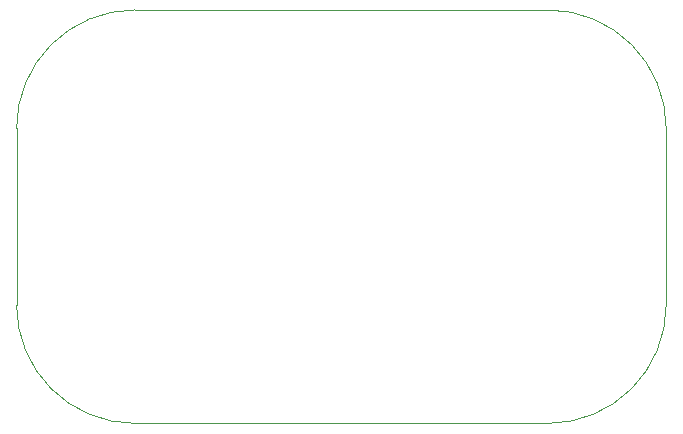
<source format=gbr>
%TF.GenerationSoftware,KiCad,Pcbnew,(6.0.0-rc1-458-g78ff9a857a)*%
%TF.CreationDate,2022-03-27T00:09:46+00:00*%
%TF.ProjectId,belamini_cape_C1,62656c61-6d69-46e6-995f-636170655f43,rev?*%
%TF.SameCoordinates,Original*%
%TF.FileFunction,Profile,NP*%
%FSLAX46Y46*%
G04 Gerber Fmt 4.6, Leading zero omitted, Abs format (unit mm)*
G04 Created by KiCad (PCBNEW (6.0.0-rc1-458-g78ff9a857a)) date 2022-03-27 00:09:46*
%MOMM*%
%LPD*%
G01*
G04 APERTURE LIST*
%TA.AperFunction,Profile*%
%ADD10C,0.050000*%
%TD*%
G04 APERTURE END LIST*
D10*
X166001100Y-87503600D02*
X131001100Y-87503600D01*
X121001100Y-97503600D02*
X121001100Y-112503600D01*
X176001100Y-97503600D02*
G75*
G03*
X166001100Y-87503600I-9999999J1D01*
G01*
X131001100Y-87503600D02*
G75*
G03*
X121001100Y-97503600I-1J-9999999D01*
G01*
X121001100Y-112503600D02*
G75*
G03*
X131001100Y-122503600I9999999J-1D01*
G01*
X166001100Y-122503600D02*
G75*
G03*
X176001100Y-112503600I1J9999999D01*
G01*
X131001100Y-122503600D02*
X166001100Y-122503600D01*
X176001100Y-112503600D02*
X176001100Y-97503600D01*
M02*

</source>
